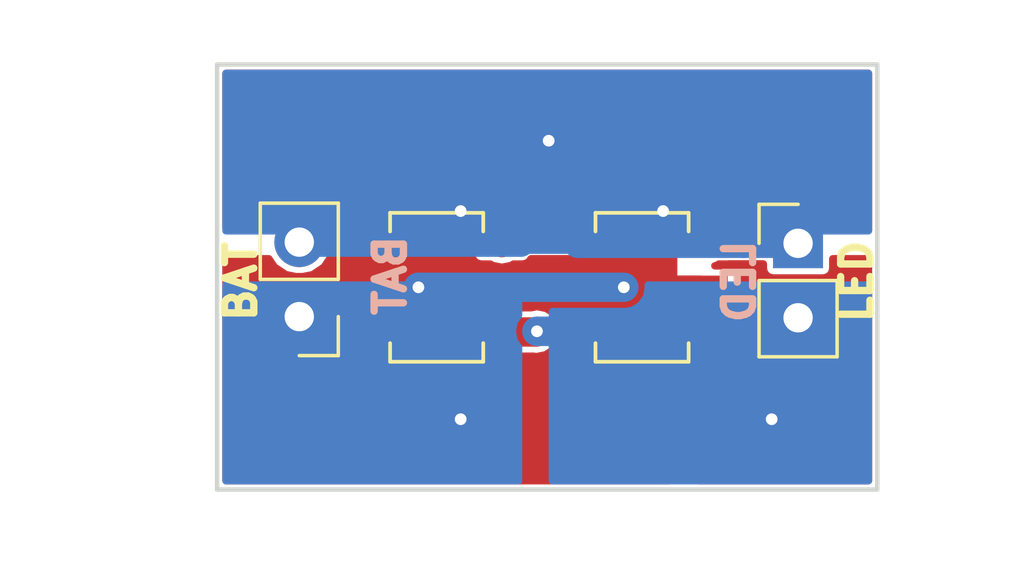
<source format=kicad_pcb>
(kicad_pcb (version 20171130) (host pcbnew 5.0.1)

  (general
    (thickness 1.6)
    (drawings 8)
    (tracks 87)
    (zones 0)
    (modules 10)
    (nets 4)
  )

  (page A4)
  (layers
    (0 F.Cu power)
    (31 B.Cu power)
    (32 B.Adhes user)
    (33 F.Adhes user)
    (34 B.Paste user)
    (35 F.Paste user)
    (36 B.SilkS user)
    (37 F.SilkS user)
    (38 B.Mask user)
    (39 F.Mask user)
    (40 Dwgs.User user)
    (41 Cmts.User user)
    (42 Eco1.User user)
    (43 Eco2.User user)
    (44 Edge.Cuts user)
    (45 Margin user)
    (46 B.CrtYd user)
    (47 F.CrtYd user)
    (48 B.Fab user)
    (49 F.Fab user)
  )

  (setup
    (last_trace_width 0.25)
    (trace_clearance 0.2)
    (zone_clearance 0.1)
    (zone_45_only no)
    (trace_min 0.2)
    (segment_width 0.2)
    (edge_width 0.15)
    (via_size 0.8)
    (via_drill 0.4)
    (via_min_size 0.4)
    (via_min_drill 0.3)
    (uvia_size 0.3)
    (uvia_drill 0.1)
    (uvias_allowed no)
    (uvia_min_size 0.2)
    (uvia_min_drill 0.1)
    (pcb_text_width 0.3)
    (pcb_text_size 1.5 1.5)
    (mod_edge_width 0.15)
    (mod_text_size 1 1)
    (mod_text_width 0.15)
    (pad_size 10 3.5)
    (pad_drill 0)
    (pad_to_mask_clearance 0.051)
    (solder_mask_min_width 0.25)
    (aux_axis_origin 0 0)
    (visible_elements FFFFFF7F)
    (pcbplotparams
      (layerselection 0x010fc_ffffffff)
      (usegerberextensions true)
      (usegerberattributes false)
      (usegerberadvancedattributes false)
      (creategerberjobfile false)
      (excludeedgelayer true)
      (linewidth 0.100000)
      (plotframeref false)
      (viasonmask false)
      (mode 1)
      (useauxorigin false)
      (hpglpennumber 1)
      (hpglpenspeed 20)
      (hpglpendiameter 15.000000)
      (psnegative false)
      (psa4output false)
      (plotreference true)
      (plotvalue true)
      (plotinvisibletext false)
      (padsonsilk false)
      (subtractmaskfromsilk false)
      (outputformat 1)
      (mirror false)
      (drillshape 0)
      (scaleselection 1)
      (outputdirectory "gerber/"))
  )

  (net 0 "")
  (net 1 "Net-(J1-Pad2)")
  (net 2 GND)
  (net 3 VDD)

  (net_class Default "Dies ist die voreingestellte Netzklasse."
    (clearance 0.2)
    (trace_width 0.25)
    (via_dia 0.8)
    (via_drill 0.4)
    (uvia_dia 0.3)
    (uvia_drill 0.1)
    (add_net GND)
    (add_net "Net-(J1-Pad2)")
    (add_net VDD)
  )

  (module Connector_Pin:Pin_D1.0mm_L10.0mm_LooseFit (layer F.Cu) (tedit 5BDD7618) (tstamp 5BE9B74A)
    (at 155.1 90.8)
    (descr "solder Pin_ diameter 1.0mm, hole diameter 1.2mm (loose fit), length 10.0mm")
    (tags "solder Pin_ loose fit")
    (path /5BDD6EEE)
    (fp_text reference J5 (at 0 2.25) (layer F.SilkS) hide
      (effects (font (size 1 1) (thickness 0.15)))
    )
    (fp_text value Conn_01x01_Male (at 0 -2.05) (layer F.Fab)
      (effects (font (size 1 1) (thickness 0.15)))
    )
    (fp_circle (center 0 0) (end 1.2 0) (layer F.Fab) (width 0.12))
    (fp_circle (center 0 0) (end 0.5 0) (layer F.Fab) (width 0.12))
    (fp_text user %R (at 0 2.25) (layer F.Fab)
      (effects (font (size 1 1) (thickness 0.15)))
    )
    (pad 1 smd rect (at 0 0) (size 5 3.5) (layers F.Cu F.Paste F.Mask)
      (net 1 "Net-(J1-Pad2)"))
    (model ${KISYS3DMOD}/Connector_Pin.3dshapes/Pin_D1.0mm_L10.0mm_LooseFit.wrl
      (at (xyz 0 0 0))
      (scale (xyz 1 1 1))
      (rotate (xyz 0 0 0))
    )
  )

  (module Connector_Pin:Pin_D1.0mm_L10.0mm_LooseFit (layer F.Cu) (tedit 5BDD75F7) (tstamp 5BE9B2C2)
    (at 144.5 90.8)
    (descr "solder Pin_ diameter 1.0mm, hole diameter 1.2mm (loose fit), length 10.0mm")
    (tags "solder Pin_ loose fit")
    (path /5BDD6BDA)
    (fp_text reference J4 (at 0 2.25) (layer F.SilkS) hide
      (effects (font (size 1 1) (thickness 0.15)))
    )
    (fp_text value Conn_01x01_Male (at 0 -2.05) (layer F.Fab)
      (effects (font (size 1 1) (thickness 0.15)))
    )
    (fp_text user %R (at 0 2.25) (layer F.Fab)
      (effects (font (size 1 1) (thickness 0.15)))
    )
    (fp_circle (center 0 0) (end 0.5 0) (layer F.Fab) (width 0.12))
    (fp_circle (center 0 0) (end 1.2 0) (layer F.Fab) (width 0.12))
    (pad 1 smd rect (at 0 0) (size 14 3.5) (layers F.Cu F.Paste F.Mask)
      (net 2 GND))
    (model ${KISYS3DMOD}/Connector_Pin.3dshapes/Pin_D1.0mm_L10.0mm_LooseFit.wrl
      (at (xyz 0 0 0))
      (scale (xyz 1 1 1))
      (rotate (xyz 0 0 0))
    )
  )

  (module Connector_Pin:Pin_D1.0mm_L10.0mm_LooseFit (layer B.Cu) (tedit 5BDD7630) (tstamp 5BE9B69A)
    (at 152.6 90.8)
    (descr "solder Pin_ diameter 1.0mm, hole diameter 1.2mm (loose fit), length 10.0mm")
    (tags "solder Pin_ loose fit")
    (path /5BDD6EEE)
    (fp_text reference J5 (at 0 -2.25) (layer B.SilkS) hide
      (effects (font (size 1 1) (thickness 0.15)) (justify mirror))
    )
    (fp_text value Conn_01x01_Male (at 0 2.05) (layer B.Fab)
      (effects (font (size 1 1) (thickness 0.15)) (justify mirror))
    )
    (fp_text user %R (at 0 -2.25) (layer B.Fab)
      (effects (font (size 1 1) (thickness 0.15)) (justify mirror))
    )
    (fp_circle (center 0 0) (end 0.5 0) (layer B.Fab) (width 0.12))
    (fp_circle (center 0 0) (end 1.2 0) (layer B.Fab) (width 0.12))
    (pad 1 smd rect (at 0 0) (size 10 3.5) (layers B.Cu B.Paste B.Mask)
      (net 1 "Net-(J1-Pad2)"))
    (model ${KISYS3DMOD}/Connector_Pin.3dshapes/Pin_D1.0mm_L10.0mm_LooseFit.wrl
      (at (xyz 0 0 0))
      (scale (xyz 1 1 1))
      (rotate (xyz 0 0 0))
    )
  )

  (module Connector_Pin:Pin_D1.0mm_L10.0mm_LooseFit (layer B.Cu) (tedit 5BDD7609) (tstamp 5BE9B5EB)
    (at 142 90.8)
    (descr "solder Pin_ diameter 1.0mm, hole diameter 1.2mm (loose fit), length 10.0mm")
    (tags "solder Pin_ loose fit")
    (path /5BDD6BDA)
    (fp_text reference J4 (at 0 -2.25) (layer B.SilkS) hide
      (effects (font (size 1 1) (thickness 0.15)) (justify mirror))
    )
    (fp_text value Conn_01x01_Male (at 0 2.05) (layer B.Fab)
      (effects (font (size 1 1) (thickness 0.15)) (justify mirror))
    )
    (fp_circle (center 0 0) (end 1.2 0) (layer B.Fab) (width 0.12))
    (fp_circle (center 0 0) (end 0.5 0) (layer B.Fab) (width 0.12))
    (fp_text user %R (at 0 -2.25) (layer B.Fab)
      (effects (font (size 1 1) (thickness 0.15)) (justify mirror))
    )
    (pad 1 smd rect (at 0 0) (size 9 3.5) (layers B.Cu B.Paste B.Mask)
      (net 2 GND))
    (model ${KISYS3DMOD}/Connector_Pin.3dshapes/Pin_D1.0mm_L10.0mm_LooseFit.wrl
      (at (xyz 0 0 0))
      (scale (xyz 1 1 1))
      (rotate (xyz 0 0 0))
    )
  )

  (module Connector_Pin:Pin_D1.0mm_L10.0mm_LooseFit (layer B.Cu) (tedit 5BDD75D6) (tstamp 5BE9B5AE)
    (at 147.5 80.7)
    (descr "solder Pin_ diameter 1.0mm, hole diameter 1.2mm (loose fit), length 10.0mm")
    (tags "solder Pin_ loose fit")
    (path /5BDD6DA6)
    (fp_text reference J3 (at 0 -2.25) (layer B.SilkS) hide
      (effects (font (size 1 1) (thickness 0.15)) (justify mirror))
    )
    (fp_text value Conn_01x01_Male (at 0 2.05) (layer B.Fab)
      (effects (font (size 1 1) (thickness 0.15)) (justify mirror))
    )
    (fp_text user %R (at 0 -2.25) (layer B.Fab)
      (effects (font (size 1 1) (thickness 0.15)) (justify mirror))
    )
    (fp_circle (center 0 0) (end 0.5 0) (layer B.Fab) (width 0.12))
    (fp_circle (center 0 0) (end 1.2 0) (layer B.Fab) (width 0.12))
    (pad 1 smd rect (at 0 0) (size 20 3.5) (layers B.Cu B.Paste B.Mask)
      (net 3 VDD))
    (model ${KISYS3DMOD}/Connector_Pin.3dshapes/Pin_D1.0mm_L10.0mm_LooseFit.wrl
      (at (xyz 0 0 0))
      (scale (xyz 1 1 1))
      (rotate (xyz 0 0 0))
    )
  )

  (module Connector_Pin:Pin_D1.0mm_L10.0mm_LooseFit (layer F.Cu) (tedit 5BDD75E6) (tstamp 5BE9B51F)
    (at 147.5 80.7)
    (descr "solder Pin_ diameter 1.0mm, hole diameter 1.2mm (loose fit), length 10.0mm")
    (tags "solder Pin_ loose fit")
    (path /5BDD6DA6)
    (fp_text reference J3 (at 0 2.25) (layer F.SilkS) hide
      (effects (font (size 1 1) (thickness 0.15)))
    )
    (fp_text value Conn_01x01_Male (at 0 -2.05) (layer F.Fab)
      (effects (font (size 1 1) (thickness 0.15)))
    )
    (fp_circle (center 0 0) (end 1.2 0) (layer F.Fab) (width 0.12))
    (fp_circle (center 0 0) (end 0.5 0) (layer F.Fab) (width 0.12))
    (fp_text user %R (at 0 2.25) (layer F.Fab)
      (effects (font (size 1 1) (thickness 0.15)))
    )
    (pad 1 smd rect (at 0 0) (size 20 3.5) (layers F.Cu F.Paste F.Mask)
      (net 3 VDD))
    (model ${KISYS3DMOD}/Connector_Pin.3dshapes/Pin_D1.0mm_L10.0mm_LooseFit.wrl
      (at (xyz 0 0 0))
      (scale (xyz 1 1 1))
      (rotate (xyz 0 0 0))
    )
  )

  (module freetronics_footprints:SOT89 (layer F.Cu) (tedit 5477A288) (tstamp 5BE9B265)
    (at 151 86 90)
    (path /5BDD774E)
    (fp_text reference U1 (at 0 -3.3 90) (layer Eco1.User)
      (effects (font (size 0.6 0.6) (thickness 0.1)))
    )
    (fp_text value AMC7135_SOT89 (at 0 3.2 90) (layer Eco1.User) hide
      (effects (font (size 0.6 0.6) (thickness 0.1)))
    )
    (fp_line (start -0.7874 -1.2954) (end -0.7874 -1.3208) (layer Cmts.User) (width 0.19812))
    (fp_line (start 0.7874 -1.2954) (end -0.7874 -1.2954) (layer Cmts.User) (width 0.19812))
    (fp_line (start 0.7874 -1.5748) (end 0.7874 -1.2954) (layer Cmts.User) (width 0.19812))
    (fp_line (start 0.3556 -2.0066) (end 0.7874 -1.5748) (layer Cmts.User) (width 0.19812))
    (fp_line (start 0.3048 -2.0066) (end 0.3556 -2.0066) (layer Cmts.User) (width 0.19812))
    (fp_line (start -0.3556 -2.0066) (end 0.3048 -2.0066) (layer Cmts.User) (width 0.19812))
    (fp_line (start -0.7874 -1.5748) (end -0.3556 -2.0066) (layer Cmts.User) (width 0.19812))
    (fp_line (start -0.7874 -1.3208) (end -0.7874 -1.5748) (layer Cmts.User) (width 0.19812))
    (fp_line (start -2.54 1.27) (end -2.54 -1.905) (layer F.SilkS) (width 0.127))
    (fp_line (start -1.905 1.27) (end -2.54 1.27) (layer F.SilkS) (width 0.127))
    (fp_line (start 2.54 1.27) (end 1.905 1.27) (layer F.SilkS) (width 0.127))
    (fp_line (start 2.54 -1.905) (end 2.54 1.27) (layer F.SilkS) (width 0.127))
    (fp_line (start 1.905 -1.905) (end 2.54 -1.905) (layer F.SilkS) (width 0.127))
    (fp_line (start -2.54 -1.905) (end -1.905 -1.905) (layer F.SilkS) (width 0.127))
    (fp_line (start -0.7874 -1.2954) (end -0.7874 -1.5748) (layer Cmts.User) (width 0.19812))
    (fp_line (start 0.7874 -1.2954) (end -0.7874 -1.2954) (layer Cmts.User) (width 0.19812))
    (fp_line (start 0.7874 -1.5748) (end 0.7874 -1.2954) (layer Cmts.User) (width 0.19812))
    (fp_line (start 0.3556 -2.0066) (end 0.7874 -1.5748) (layer Cmts.User) (width 0.19812))
    (fp_line (start -0.3556 -2.0066) (end 0.3556 -2.0066) (layer Cmts.User) (width 0.19812))
    (fp_line (start -0.7874 -1.5748) (end -0.3556 -2.0066) (layer Cmts.User) (width 0.19812))
    (fp_line (start -2.23266 -1.21666) (end 2.23266 -1.21666) (layer Cmts.User) (width 0.127))
    (fp_line (start -2.23266 1.2446) (end -2.23266 -1.21666) (layer Cmts.User) (width 0.127))
    (fp_line (start 2.23266 -1.21666) (end 2.23266 1.2446) (layer Cmts.User) (width 0.127))
    (fp_line (start 2.23266 1.2446) (end -2.23266 1.2446) (layer Cmts.User) (width 0.127))
    (pad 2 smd rect (at 0 -0.9398 90) (size 2.032 3.64998) (layers F.Cu F.Paste F.Mask)
      (net 2 GND))
    (pad 3 smd rect (at 1.524 1.905 90) (size 0.79756 1.39954) (layers F.Cu F.Paste F.Mask)
      (net 3 VDD))
    (pad 2 smd rect (at 0 1.651 90) (size 0.79756 1.89992) (layers F.Cu F.Paste F.Mask)
      (net 2 GND))
    (pad 1 smd rect (at -1.524 1.905 90) (size 0.79756 1.39954) (layers F.Cu F.Paste F.Mask)
      (net 1 "Net-(J1-Pad2)"))
  )

  (module freetronics_footprints:SOT89 (layer F.Cu) (tedit 5477A288) (tstamp 5BE9BDED)
    (at 144 86 90)
    (path /5BDD77CF)
    (fp_text reference U2 (at 0 -3.3 90) (layer Eco1.User)
      (effects (font (size 0.6 0.6) (thickness 0.1)))
    )
    (fp_text value AMC7135_SOT89 (at 0 3.2 90) (layer Eco1.User) hide
      (effects (font (size 0.6 0.6) (thickness 0.1)))
    )
    (fp_line (start -0.7874 -1.2954) (end -0.7874 -1.3208) (layer Cmts.User) (width 0.19812))
    (fp_line (start 0.7874 -1.2954) (end -0.7874 -1.2954) (layer Cmts.User) (width 0.19812))
    (fp_line (start 0.7874 -1.5748) (end 0.7874 -1.2954) (layer Cmts.User) (width 0.19812))
    (fp_line (start 0.3556 -2.0066) (end 0.7874 -1.5748) (layer Cmts.User) (width 0.19812))
    (fp_line (start 0.3048 -2.0066) (end 0.3556 -2.0066) (layer Cmts.User) (width 0.19812))
    (fp_line (start -0.3556 -2.0066) (end 0.3048 -2.0066) (layer Cmts.User) (width 0.19812))
    (fp_line (start -0.7874 -1.5748) (end -0.3556 -2.0066) (layer Cmts.User) (width 0.19812))
    (fp_line (start -0.7874 -1.3208) (end -0.7874 -1.5748) (layer Cmts.User) (width 0.19812))
    (fp_line (start -2.54 1.27) (end -2.54 -1.905) (layer F.SilkS) (width 0.127))
    (fp_line (start -1.905 1.27) (end -2.54 1.27) (layer F.SilkS) (width 0.127))
    (fp_line (start 2.54 1.27) (end 1.905 1.27) (layer F.SilkS) (width 0.127))
    (fp_line (start 2.54 -1.905) (end 2.54 1.27) (layer F.SilkS) (width 0.127))
    (fp_line (start 1.905 -1.905) (end 2.54 -1.905) (layer F.SilkS) (width 0.127))
    (fp_line (start -2.54 -1.905) (end -1.905 -1.905) (layer F.SilkS) (width 0.127))
    (fp_line (start -0.7874 -1.2954) (end -0.7874 -1.5748) (layer Cmts.User) (width 0.19812))
    (fp_line (start 0.7874 -1.2954) (end -0.7874 -1.2954) (layer Cmts.User) (width 0.19812))
    (fp_line (start 0.7874 -1.5748) (end 0.7874 -1.2954) (layer Cmts.User) (width 0.19812))
    (fp_line (start 0.3556 -2.0066) (end 0.7874 -1.5748) (layer Cmts.User) (width 0.19812))
    (fp_line (start -0.3556 -2.0066) (end 0.3556 -2.0066) (layer Cmts.User) (width 0.19812))
    (fp_line (start -0.7874 -1.5748) (end -0.3556 -2.0066) (layer Cmts.User) (width 0.19812))
    (fp_line (start -2.23266 -1.21666) (end 2.23266 -1.21666) (layer Cmts.User) (width 0.127))
    (fp_line (start -2.23266 1.2446) (end -2.23266 -1.21666) (layer Cmts.User) (width 0.127))
    (fp_line (start 2.23266 -1.21666) (end 2.23266 1.2446) (layer Cmts.User) (width 0.127))
    (fp_line (start 2.23266 1.2446) (end -2.23266 1.2446) (layer Cmts.User) (width 0.127))
    (pad 2 smd rect (at 0 -0.9398 90) (size 2.032 3.64998) (layers F.Cu F.Paste F.Mask)
      (net 2 GND))
    (pad 3 smd rect (at 1.524 1.905 90) (size 0.79756 1.39954) (layers F.Cu F.Paste F.Mask)
      (net 3 VDD))
    (pad 2 smd rect (at 0 1.651 90) (size 0.79756 1.89992) (layers F.Cu F.Paste F.Mask)
      (net 2 GND))
    (pad 1 smd rect (at -1.524 1.905 90) (size 0.79756 1.39954) (layers F.Cu F.Paste F.Mask)
      (net 1 "Net-(J1-Pad2)"))
  )

  (module Connector_PinHeader_2.54mm:PinHeader_1x02_P2.54mm_Vertical (layer F.Cu) (tedit 5BDD6E7E) (tstamp 5BE9B36D)
    (at 156 84.5)
    (descr "Through hole straight pin header, 1x02, 2.54mm pitch, single row")
    (tags "Through hole pin header THT 1x02 2.54mm single row")
    (path /5BDD7B0F)
    (fp_text reference J1 (at 0 -2.33) (layer F.SilkS) hide
      (effects (font (size 1 1) (thickness 0.15)))
    )
    (fp_text value Conn_01x02_Female (at 0 4.87) (layer F.Fab)
      (effects (font (size 1 1) (thickness 0.15)))
    )
    (fp_text user %R (at 0 1.27 90) (layer F.Fab)
      (effects (font (size 1 1) (thickness 0.15)))
    )
    (fp_line (start 1.8 -1.8) (end -1.8 -1.8) (layer F.CrtYd) (width 0.05))
    (fp_line (start 1.8 4.35) (end 1.8 -1.8) (layer F.CrtYd) (width 0.05))
    (fp_line (start -1.8 4.35) (end 1.8 4.35) (layer F.CrtYd) (width 0.05))
    (fp_line (start -1.8 -1.8) (end -1.8 4.35) (layer F.CrtYd) (width 0.05))
    (fp_line (start -1.33 -1.33) (end 0 -1.33) (layer F.SilkS) (width 0.12))
    (fp_line (start -1.33 0) (end -1.33 -1.33) (layer F.SilkS) (width 0.12))
    (fp_line (start -1.33 1.27) (end 1.33 1.27) (layer F.SilkS) (width 0.12))
    (fp_line (start 1.33 1.27) (end 1.33 3.87) (layer F.SilkS) (width 0.12))
    (fp_line (start -1.33 1.27) (end -1.33 3.87) (layer F.SilkS) (width 0.12))
    (fp_line (start -1.33 3.87) (end 1.33 3.87) (layer F.SilkS) (width 0.12))
    (fp_line (start -1.27 -0.635) (end -0.635 -1.27) (layer F.Fab) (width 0.1))
    (fp_line (start -1.27 3.81) (end -1.27 -0.635) (layer F.Fab) (width 0.1))
    (fp_line (start 1.27 3.81) (end -1.27 3.81) (layer F.Fab) (width 0.1))
    (fp_line (start 1.27 -1.27) (end 1.27 3.81) (layer F.Fab) (width 0.1))
    (fp_line (start -0.635 -1.27) (end 1.27 -1.27) (layer F.Fab) (width 0.1))
    (pad 2 thru_hole oval (at 0 2.54) (size 1.7 1.7) (drill 1) (layers *.Cu *.Mask)
      (net 1 "Net-(J1-Pad2)"))
    (pad 1 thru_hole rect (at 0 0) (size 1.7 1.7) (drill 1) (layers *.Cu *.Mask)
      (net 3 VDD))
    (model ${KISYS3DMOD}/Connector_PinHeader_2.54mm.3dshapes/PinHeader_1x02_P2.54mm_Vertical.wrl
      (at (xyz 0 0 0))
      (scale (xyz 1 1 1))
      (rotate (xyz 0 0 0))
    )
  )

  (module Connector_PinHeader_2.54mm:PinHeader_1x02_P2.54mm_Vertical (layer F.Cu) (tedit 5BDD6E86) (tstamp 5BE9B408)
    (at 139 87 180)
    (descr "Through hole straight pin header, 1x02, 2.54mm pitch, single row")
    (tags "Through hole pin header THT 1x02 2.54mm single row")
    (path /5BDD8129)
    (fp_text reference J2 (at 0 -2.33 180) (layer F.SilkS) hide
      (effects (font (size 1 1) (thickness 0.15)))
    )
    (fp_text value Conn_01x02_Female (at 0 4.87 180) (layer F.Fab)
      (effects (font (size 1 1) (thickness 0.15)))
    )
    (fp_text user %R (at 0 1.27 270) (layer F.Fab)
      (effects (font (size 1 1) (thickness 0.15)))
    )
    (fp_line (start 1.8 -1.8) (end -1.8 -1.8) (layer F.CrtYd) (width 0.05))
    (fp_line (start 1.8 4.35) (end 1.8 -1.8) (layer F.CrtYd) (width 0.05))
    (fp_line (start -1.8 4.35) (end 1.8 4.35) (layer F.CrtYd) (width 0.05))
    (fp_line (start -1.8 -1.8) (end -1.8 4.35) (layer F.CrtYd) (width 0.05))
    (fp_line (start -1.33 -1.33) (end 0 -1.33) (layer F.SilkS) (width 0.12))
    (fp_line (start -1.33 0) (end -1.33 -1.33) (layer F.SilkS) (width 0.12))
    (fp_line (start -1.33 1.27) (end 1.33 1.27) (layer F.SilkS) (width 0.12))
    (fp_line (start 1.33 1.27) (end 1.33 3.87) (layer F.SilkS) (width 0.12))
    (fp_line (start -1.33 1.27) (end -1.33 3.87) (layer F.SilkS) (width 0.12))
    (fp_line (start -1.33 3.87) (end 1.33 3.87) (layer F.SilkS) (width 0.12))
    (fp_line (start -1.27 -0.635) (end -0.635 -1.27) (layer F.Fab) (width 0.1))
    (fp_line (start -1.27 3.81) (end -1.27 -0.635) (layer F.Fab) (width 0.1))
    (fp_line (start 1.27 3.81) (end -1.27 3.81) (layer F.Fab) (width 0.1))
    (fp_line (start 1.27 -1.27) (end 1.27 3.81) (layer F.Fab) (width 0.1))
    (fp_line (start -0.635 -1.27) (end 1.27 -1.27) (layer F.Fab) (width 0.1))
    (pad 2 thru_hole oval (at 0 2.54 180) (size 1.7 1.7) (drill 1) (layers *.Cu *.Mask)
      (net 3 VDD))
    (pad 1 thru_hole rect (at 0 0 180) (size 1.7 1.7) (drill 1) (layers *.Cu *.Mask)
      (net 2 GND))
    (model ${KISYS3DMOD}/Connector_PinHeader_2.54mm.3dshapes/PinHeader_1x02_P2.54mm_Vertical.wrl
      (at (xyz 0 0 0))
      (scale (xyz 1 1 1))
      (rotate (xyz 0 0 0))
    )
  )

  (gr_text BAT (at 142.1 85.6 90) (layer B.SilkS) (tstamp 5BE9BA6B)
    (effects (font (size 1 1) (thickness 0.25)) (justify mirror))
  )
  (gr_text LED (at 154 85.8 90) (layer B.SilkS) (tstamp 5BE9BA48)
    (effects (font (size 1 1) (thickness 0.25)) (justify mirror))
  )
  (gr_text BAT (at 137 85.8 90) (layer F.SilkS) (tstamp 5BE9BA01)
    (effects (font (size 1 1) (thickness 0.25)))
  )
  (gr_text LED (at 158 85.8 90) (layer F.SilkS)
    (effects (font (size 1 1) (thickness 0.25)))
  )
  (gr_line (start 136.2 78.4) (end 158.7 78.4) (layer Edge.Cuts) (width 0.15))
  (gr_line (start 136.2 92.9) (end 136.2 78.4) (layer Edge.Cuts) (width 0.15))
  (gr_line (start 158.7 92.9) (end 136.2 92.9) (layer Edge.Cuts) (width 0.15))
  (gr_line (start 158.7 78.4) (end 158.7 92.9) (layer Edge.Cuts) (width 0.15))

  (segment (start 152.60401 87.524) (end 152.905 87.524) (width 0.8) (layer F.Cu) (net 1))
  (segment (start 145.9 87.529) (end 145.905 87.524) (width 0.8) (layer F.Cu) (net 1))
  (via (at 147.1 87.5) (size 0.8) (drill 0.4) (layers F.Cu B.Cu) (net 1))
  (segment (start 145.905 87.524) (end 147.076 87.524) (width 1) (layer F.Cu) (net 1))
  (segment (start 147.076 87.524) (end 147.1 87.5) (width 1) (layer F.Cu) (net 1))
  (segment (start 155.54 87.5) (end 156 87.04) (width 1) (layer B.Cu) (net 1))
  (segment (start 155.516 87.524) (end 152.905 87.524) (width 1) (layer F.Cu) (net 1))
  (segment (start 156 87.04) (end 155.516 87.524) (width 1) (layer F.Cu) (net 1))
  (segment (start 156 87.1) (end 152.6 90.5) (width 1) (layer B.Cu) (net 1))
  (segment (start 156 87.04) (end 156 87.1) (width 1) (layer B.Cu) (net 1))
  (segment (start 152.6 88) (end 152.6 90.5) (width 1) (layer B.Cu) (net 1))
  (segment (start 152.1 87.5) (end 152.6 88) (width 1) (layer B.Cu) (net 1))
  (segment (start 148.5 87.5) (end 152.1 87.5) (width 1) (layer B.Cu) (net 1))
  (segment (start 148.5 87.5) (end 155.54 87.5) (width 1) (layer B.Cu) (net 1))
  (segment (start 147.1 87.5) (end 148.5 87.5) (width 1) (layer B.Cu) (net 1))
  (segment (start 149.6 87.5) (end 152.6 90.5) (width 1) (layer B.Cu) (net 1))
  (segment (start 147.1 87.5) (end 149.6 87.5) (width 1) (layer B.Cu) (net 1))
  (segment (start 156 89.6) (end 155.1 90.5) (width 1) (layer F.Cu) (net 1))
  (segment (start 156 87.04) (end 156 89.6) (width 1) (layer F.Cu) (net 1))
  (via (at 155.1 90.5) (size 0.8) (drill 0.4) (layers F.Cu B.Cu) (net 1))
  (segment (start 155.1 89.719) (end 152.905 87.524) (width 1) (layer F.Cu) (net 1))
  (segment (start 155.1 90.5) (end 155.1 89.719) (width 1) (layer F.Cu) (net 1))
  (segment (start 143.0602 86) (end 140 86) (width 0.8) (layer F.Cu) (net 2))
  (segment (start 140 86) (end 139 87) (width 0.8) (layer F.Cu) (net 2))
  (segment (start 143.0602 86) (end 145.651 86) (width 0.8) (layer F.Cu) (net 2))
  (segment (start 152.651 86) (end 150.0602 86) (width 0.8) (layer F.Cu) (net 2))
  (segment (start 150.0602 86) (end 145.651 86) (width 0.8) (layer F.Cu) (net 2))
  (segment (start 147.40096 86) (end 145.651 86) (width 0.8) (layer F.Cu) (net 2))
  (via (at 150.0602 86) (size 0.8) (drill 0.4) (layers F.Cu B.Cu) (net 2))
  (segment (start 142.0602 87) (end 143.0602 86) (width 0.8) (layer B.Cu) (net 2))
  (segment (start 141.7 87) (end 142.0602 87) (width 0.8) (layer B.Cu) (net 2))
  (via (at 143.0602 86) (size 0.8) (drill 0.4) (layers F.Cu B.Cu) (net 2))
  (segment (start 139 87) (end 141.7 87) (width 0.8) (layer B.Cu) (net 2))
  (segment (start 146.6942 90.9) (end 147.5 90.9) (width 0.25) (layer F.Cu) (net 2))
  (segment (start 143.0602 86) (end 150.0602 86) (width 1) (layer B.Cu) (net 2))
  (segment (start 145.5442 90.5) (end 147.5 90.5) (width 1) (layer F.Cu) (net 2))
  (segment (start 150.0602 86) (end 150.0602 87.9398) (width 1) (layer F.Cu) (net 2))
  (via (at 144.5 90.5) (size 0.8) (drill 0.4) (layers F.Cu B.Cu) (net 2))
  (segment (start 147.5 90.5) (end 144.5 90.5) (width 1) (layer F.Cu) (net 2))
  (segment (start 150.0602 87.9398) (end 147.5 90.5) (width 1) (layer F.Cu) (net 2))
  (segment (start 143.0602 89.0602) (end 144.5 90.5) (width 1) (layer F.Cu) (net 2))
  (segment (start 143.0602 86) (end 143.0602 89.0602) (width 1) (layer F.Cu) (net 2))
  (segment (start 139 87.5) (end 142 90.5) (width 1) (layer B.Cu) (net 2))
  (segment (start 139 87) (end 139 87.5) (width 1) (layer B.Cu) (net 2))
  (segment (start 143.0602 89.4398) (end 142 90.5) (width 1) (layer B.Cu) (net 2))
  (segment (start 143.0602 86) (end 143.0602 89.4398) (width 1) (layer B.Cu) (net 2))
  (segment (start 155.976 84.476) (end 156 84.5) (width 0.8) (layer F.Cu) (net 3))
  (segment (start 152.905 84.476) (end 155.976 84.476) (width 0.8) (layer F.Cu) (net 3))
  (segment (start 152.60401 84.476) (end 152.905 84.476) (width 0.8) (layer F.Cu) (net 3))
  (segment (start 155.96 84.46) (end 156 84.5) (width 0.8) (layer B.Cu) (net 3))
  (segment (start 145.60401 84.476) (end 145.905 84.476) (width 0.8) (layer F.Cu) (net 3))
  (segment (start 150.34 84.46) (end 151.4 83.4) (width 0.8) (layer B.Cu) (net 3))
  (segment (start 149.7 84.46) (end 155.96 84.46) (width 0.8) (layer B.Cu) (net 3))
  (via (at 151.4 83.4) (size 0.8) (drill 0.4) (layers F.Cu B.Cu) (net 3))
  (segment (start 149.7 84.46) (end 150.34 84.46) (width 0.8) (layer B.Cu) (net 3))
  (segment (start 139 84.46) (end 149.7 84.46) (width 0.8) (layer B.Cu) (net 3))
  (segment (start 151.829 83.4) (end 152.905 84.476) (width 0.8) (layer F.Cu) (net 3))
  (segment (start 151.4 83.4) (end 151.829 83.4) (width 0.8) (layer F.Cu) (net 3))
  (via (at 144.5 83.4) (size 0.8) (drill 0.4) (layers F.Cu B.Cu) (net 3))
  (segment (start 143.44 84.46) (end 144.5 83.4) (width 0.8) (layer B.Cu) (net 3))
  (segment (start 142.9 84.46) (end 143.44 84.46) (width 0.8) (layer B.Cu) (net 3))
  (segment (start 142.9 84.46) (end 143.54 84.46) (width 0.8) (layer B.Cu) (net 3))
  (segment (start 139 84.46) (end 142.9 84.46) (width 0.8) (layer B.Cu) (net 3))
  (segment (start 144.829 83.4) (end 145.905 84.476) (width 0.8) (layer F.Cu) (net 3))
  (segment (start 144.5 83.4) (end 144.829 83.4) (width 0.8) (layer F.Cu) (net 3))
  (segment (start 142.46 81) (end 147.5 81) (width 1) (layer F.Cu) (net 3))
  (segment (start 139 84.46) (end 142.46 81) (width 1) (layer F.Cu) (net 3))
  (segment (start 154.35 81) (end 147.5 81) (width 1) (layer F.Cu) (net 3))
  (segment (start 156 82.65) (end 154.35 81) (width 1) (layer F.Cu) (net 3))
  (segment (start 156 84.5) (end 156 82.65) (width 1) (layer F.Cu) (net 3))
  (segment (start 149.9 83.4) (end 147.5 81) (width 1) (layer F.Cu) (net 3))
  (segment (start 151.4 83.4) (end 149.9 83.4) (width 1) (layer F.Cu) (net 3))
  (segment (start 145.905 82.595) (end 147.5 81) (width 1) (layer F.Cu) (net 3))
  (segment (start 145.905 84.476) (end 145.905 82.595) (width 1) (layer F.Cu) (net 3))
  (segment (start 149.429 81) (end 147.5 81) (width 1) (layer F.Cu) (net 3))
  (segment (start 152.905 84.476) (end 149.429 81) (width 1) (layer F.Cu) (net 3))
  (segment (start 146.54 84.46) (end 147.5 83.5) (width 1) (layer B.Cu) (net 3))
  (segment (start 139 84.46) (end 146.54 84.46) (width 1) (layer B.Cu) (net 3))
  (segment (start 154.15 84.5) (end 156 84.5) (width 1) (layer B.Cu) (net 3))
  (segment (start 148.5 84.5) (end 154.15 84.5) (width 1) (layer B.Cu) (net 3))
  (segment (start 147.5 83.5) (end 148.5 84.5) (width 1) (layer B.Cu) (net 3))
  (segment (start 147.5 81) (end 147.5 83.5) (width 1) (layer B.Cu) (net 3))
  (segment (start 149.9 83.4) (end 147.5 81) (width 1) (layer B.Cu) (net 3))
  (segment (start 151.4 83.4) (end 149.9 83.4) (width 1) (layer B.Cu) (net 3))
  (via (at 147.5 81) (size 0.8) (drill 0.4) (layers F.Cu B.Cu) (net 3) (status 1000000))
  (segment (start 145.1 83.4) (end 147.5 81) (width 1) (layer F.Cu) (net 3))
  (segment (start 144.5 83.4) (end 145.1 83.4) (width 1) (layer F.Cu) (net 3))

  (zone (net 2) (net_name GND) (layer F.Cu) (tstamp 5BE9BB5D) (hatch edge 0.508)
    (connect_pads yes (clearance 0.1))
    (min_thickness 0.254)
    (fill yes (arc_segments 16) (thermal_gap 0.508) (thermal_bridge_width 0.508))
    (polygon
      (pts
        (xy 151.7 84.9) (xy 151.7 94) (xy 128.8 94) (xy 128.8 84.9)
      )
    )
    (filled_polygon
      (pts
        (xy 138.151431 85.308569) (xy 138.540758 85.568709) (xy 138.88408 85.637) (xy 139.11592 85.637) (xy 139.459242 85.568709)
        (xy 139.848569 85.308569) (xy 140.036707 85.027) (xy 144.913661 85.027) (xy 144.969476 85.110534) (xy 145.077641 85.182807)
        (xy 145.20523 85.208186) (xy 145.512235 85.208186) (xy 145.582321 85.255016) (xy 145.905 85.319201) (xy 146.227678 85.255016)
        (xy 146.297764 85.208186) (xy 146.60477 85.208186) (xy 146.732359 85.182807) (xy 146.840524 85.110534) (xy 146.896339 85.027)
        (xy 151.573 85.027) (xy 151.573 92.598) (xy 136.502 92.598) (xy 136.502 87.12522) (xy 144.871824 87.12522)
        (xy 144.871824 87.92278) (xy 144.897203 88.050369) (xy 144.969476 88.158534) (xy 145.077641 88.230807) (xy 145.20523 88.256186)
        (xy 145.512235 88.256186) (xy 145.582321 88.303016) (xy 145.823552 88.351) (xy 146.994556 88.351) (xy 147.076 88.3672)
        (xy 147.157444 88.351) (xy 147.157448 88.351) (xy 147.398679 88.303016) (xy 147.672233 88.120233) (xy 147.718372 88.051181)
        (xy 147.742369 88.027184) (xy 147.879015 87.822679) (xy 147.9432 87.500001) (xy 147.879015 87.177322) (xy 147.696233 86.903767)
        (xy 147.422678 86.720985) (xy 147.099999 86.6568) (xy 146.897901 86.697) (xy 145.823552 86.697) (xy 145.582321 86.744984)
        (xy 145.512235 86.791814) (xy 145.20523 86.791814) (xy 145.077641 86.817193) (xy 144.969476 86.889466) (xy 144.897203 86.997631)
        (xy 144.871824 87.12522) (xy 136.502 87.12522) (xy 136.502 85.027) (xy 137.963293 85.027)
      )
    )
  )
  (zone (net 3) (net_name VDD) (layer F.Cu) (tstamp 5BE9BB5A) (hatch edge 0.508)
    (connect_pads yes (clearance 0.1))
    (min_thickness 0.254)
    (fill yes (arc_segments 16) (thermal_gap 0.508) (thermal_bridge_width 0.508))
    (polygon
      (pts
        (xy 162.3 84.2) (xy 162.3 76.2) (xy 128.9 76.2) (xy 128.9 84.1)
      )
    )
    (filled_polygon
      (pts
        (xy 158.398 84.061318) (xy 136.502 83.99576) (xy 136.502 78.702) (xy 158.398 78.702)
      )
    )
  )
  (zone (net 2) (net_name GND) (layer B.Cu) (tstamp 5BE9BB57) (hatch edge 0.508)
    (connect_pads yes (clearance 0.1))
    (min_thickness 0.254)
    (fill yes (arc_segments 16) (thermal_gap 0.508) (thermal_bridge_width 0.508))
    (polygon
      (pts
        (xy 132.9 85.8) (xy 146.6 85.8) (xy 146.6 95.6) (xy 132.9 95.6)
      )
    )
    (filled_polygon
      (pts
        (xy 146.473 86.949813) (xy 146.320984 87.177321) (xy 146.256799 87.5) (xy 146.320984 87.822679) (xy 146.473 88.050187)
        (xy 146.473 92.598) (xy 136.502 92.598) (xy 136.502 85.927) (xy 146.473 85.927)
      )
    )
  )
  (zone (net 1) (net_name "Net-(J1-Pad2)") (layer B.Cu) (tstamp 5BE9BB54) (hatch edge 0.508)
    (connect_pads yes (clearance 0.1))
    (min_thickness 0.254)
    (fill yes (arc_segments 16) (thermal_gap 0.508) (thermal_bridge_width 0.508))
    (polygon
      (pts
        (xy 162.1 85.8) (xy 147.5 85.8) (xy 147.5 95.6) (xy 162.1 95.6)
      )
    )
    (filled_polygon
      (pts
        (xy 158.398001 92.598) (xy 147.627 92.598) (xy 147.627 86.827) (xy 150.141648 86.827) (xy 150.382879 86.779016)
        (xy 150.656433 86.596233) (xy 150.839216 86.322679) (xy 150.903401 86) (xy 150.88888 85.927) (xy 158.398001 85.927)
      )
    )
  )
  (zone (net 1) (net_name "Net-(J1-Pad2)") (layer F.Cu) (tstamp 5BE9BB51) (hatch edge 0.508)
    (connect_pads yes (clearance 0.1))
    (min_thickness 0.254)
    (fill yes (arc_segments 16) (thermal_gap 0.508) (thermal_bridge_width 0.508))
    (polygon
      (pts
        (xy 162.7 84.9) (xy 152.5 84.9) (xy 152.5 95.7) (xy 162.7 95.7)
      )
    )
    (filled_polygon
      (pts
        (xy 158.398001 92.598) (xy 152.627 92.598) (xy 152.627 86.732186) (xy 153.60096 86.732186) (xy 153.728549 86.706807)
        (xy 153.836714 86.634534) (xy 153.908987 86.526369) (xy 153.934366 86.39878) (xy 153.934366 85.60122) (xy 153.908987 85.473631)
        (xy 153.836714 85.365466) (xy 153.728549 85.293193) (xy 153.60096 85.267814) (xy 153.163333 85.267814) (xy 153.227678 85.255015)
        (xy 153.297763 85.208186) (xy 153.60477 85.208186) (xy 153.630842 85.203) (xy 154.816594 85.203) (xy 154.816594 85.35)
        (xy 154.841973 85.477589) (xy 154.914246 85.585754) (xy 155.022411 85.658027) (xy 155.15 85.683406) (xy 156.85 85.683406)
        (xy 156.977589 85.658027) (xy 157.085754 85.585754) (xy 157.158027 85.477589) (xy 157.183406 85.35) (xy 157.183406 85.027)
        (xy 158.398 85.027)
      )
    )
  )
  (zone (net 3) (net_name VDD) (layer B.Cu) (tstamp 5BE9BB4E) (hatch edge 0.508)
    (connect_pads yes (clearance 0.1))
    (min_thickness 0.254)
    (fill yes (arc_segments 16) (thermal_gap 0.508) (thermal_bridge_width 0.508))
    (polygon
      (pts
        (xy 128.9 76.2) (xy 162.3 76.2) (xy 162.3 84.2) (xy 128.9 84.2)
      )
    )
    (filled_polygon
      (pts
        (xy 158.398 84.073) (xy 136.502 84.073) (xy 136.502 78.702) (xy 158.398 78.702)
      )
    )
  )
)

</source>
